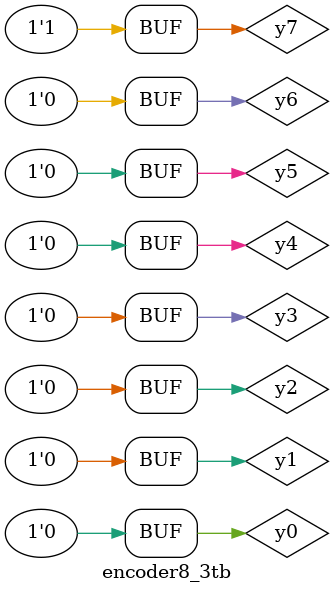
<source format=v>
`timescale 1ns / 1ps


module encoder8_3tb();
reg y7,y6,y5,y4,y3,y2,y1,y0;
wire a0,a1,a2;
encoder8_3 uut(.y7(y7),.y6(y6),.y5(y5),.y4(y4),.y3(y3),.y2(y2),.y1(y1),.y0(y0),
.a0(a0),.a1(a1),.a2(a2));
initial begin

y7=0;y6=0;y5=0;y4=0;y3=0;y2=0;y1=0;y0=1;
#5;
y7=0;y6=0;y5=0;y4=0;y3=0;y2=0;y1=1;y0=0;
#5;
y7=0;y6=0;y5=0;y4=0;y3=0;y2=1;y1=0;y0=0;
#5;
y7=0;y6=0;y5=0;y4=0;y3=1;y2=0;y1=0;y0=0;
#5;
y7=0;y6=0;y5=0;y4=1;y3=0;y2=0;y1=0;y0=0;
#5;
y7=0;y6=0;y5=1;y4=0;y3=0;y2=0;y1=0;y0=0;
#5;
y7=0;y6=1;y5=0;y4=0;y3=0;y2=0;y1=0;y0=0;
#5;
y7=1;y6=0;y5=0;y4=0;y3=0;y2=0;y1=0;y0=0;
#5;

end 
endmodule

</source>
